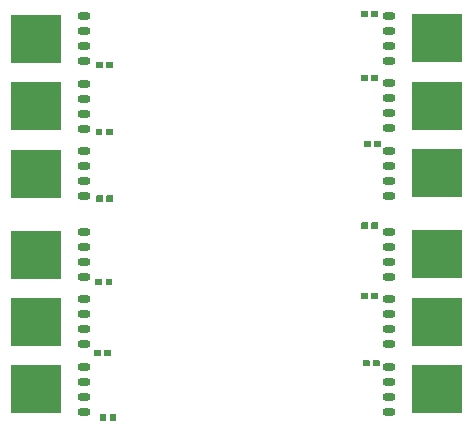
<source format=gbp>
G04 Layer: BottomPasteMaskLayer*
G04 EasyEDA v6.5.22, 2023-04-03 14:03:43*
G04 87db6ba2ad084763a29da5206ccfc978,3cec5f453c3247449836eb28e2eac2c3,10*
G04 Gerber Generator version 0.2*
G04 Scale: 100 percent, Rotated: No, Reflected: No *
G04 Dimensions in inches *
G04 leading zeros omitted , absolute positions ,3 integer and 6 decimal *
%FSLAX36Y36*%
%MOIN*%

%AMMACRO1*4,1,4,0.0817,-0.081,0.0817,0.081,-0.0817,0.081,-0.0817,-0.081,0.0817,-0.081,0*%
%AMMACRO2*4,1,4,-0.0817,0.081,-0.0817,-0.081,0.0817,-0.081,0.0817,0.081,-0.0817,0.081,0*%
%ADD10O,0.043307000000000005X0.026772*%
%ADD11MACRO1*%
%ADD12MACRO2*%

%LPD*%
G36*
X1204880Y423140D02*
G01*
X1203320Y421560D01*
X1203320Y403440D01*
X1204880Y401860D01*
X1224600Y401860D01*
X1226180Y403440D01*
X1226180Y421560D01*
X1224600Y423140D01*
G37*
G36*
X1171400Y423140D02*
G01*
X1169820Y421560D01*
X1169820Y403440D01*
X1171400Y401860D01*
X1191100Y401860D01*
X1192680Y403440D01*
X1192680Y421560D01*
X1191100Y423140D01*
G37*
G36*
X1199880Y647620D02*
G01*
X1198320Y646060D01*
X1198320Y627940D01*
X1199880Y626380D01*
X1219600Y626380D01*
X1221180Y627940D01*
X1221180Y646060D01*
X1219600Y647620D01*
G37*
G36*
X1166400Y647620D02*
G01*
X1164820Y646060D01*
X1164820Y627940D01*
X1166400Y626380D01*
X1186100Y626380D01*
X1187680Y627940D01*
X1187680Y646060D01*
X1186100Y647620D01*
G37*
G36*
X1199880Y882620D02*
G01*
X1198320Y881060D01*
X1198320Y862940D01*
X1199880Y861380D01*
X1219600Y861380D01*
X1221180Y862940D01*
X1221180Y881060D01*
X1219600Y882620D01*
G37*
G36*
X1166400Y882620D02*
G01*
X1164820Y881060D01*
X1164820Y862940D01*
X1166400Y861380D01*
X1186100Y861380D01*
X1187680Y862940D01*
X1187680Y881060D01*
X1186100Y882620D01*
G37*
G36*
X282900Y972140D02*
G01*
X281320Y970560D01*
X281320Y952440D01*
X282900Y950860D01*
X302600Y950860D01*
X304180Y952440D01*
X304180Y970560D01*
X302600Y972140D01*
G37*
G36*
X316400Y972140D02*
G01*
X314820Y970560D01*
X314820Y952440D01*
X316400Y950860D01*
X336100Y950860D01*
X337680Y952440D01*
X337680Y970560D01*
X336100Y972140D01*
G37*
G36*
X280900Y1193620D02*
G01*
X279320Y1192060D01*
X279320Y1173940D01*
X280900Y1172380D01*
X300620Y1172380D01*
X302180Y1173940D01*
X302180Y1192060D01*
X300620Y1193620D01*
G37*
G36*
X314380Y1193620D02*
G01*
X312820Y1192060D01*
X312820Y1173940D01*
X314380Y1172380D01*
X334099Y1172380D01*
X335680Y1173940D01*
X335680Y1192060D01*
X334099Y1193620D01*
G37*
G36*
X281400Y1417140D02*
G01*
X279820Y1415560D01*
X279820Y1397440D01*
X281400Y1395880D01*
X301100Y1395880D01*
X302680Y1397440D01*
X302680Y1415560D01*
X301100Y1417140D01*
G37*
G36*
X314900Y1417140D02*
G01*
X313320Y1415560D01*
X313320Y1397440D01*
X314900Y1395880D01*
X334600Y1395880D01*
X336180Y1397440D01*
X336180Y1415560D01*
X334600Y1417140D01*
G37*
G36*
X293900Y242140D02*
G01*
X292320Y240560D01*
X292320Y222440D01*
X293900Y220859D01*
X313600Y220859D01*
X315180Y222440D01*
X315180Y240560D01*
X313600Y242140D01*
G37*
G36*
X327400Y242140D02*
G01*
X325820Y240560D01*
X325820Y222440D01*
X327400Y220859D01*
X347100Y220859D01*
X348680Y222440D01*
X348680Y240560D01*
X347100Y242140D01*
G37*
G36*
X275400Y456640D02*
G01*
X273820Y455060D01*
X273820Y436940D01*
X275400Y435360D01*
X295100Y435360D01*
X296680Y436940D01*
X296680Y455060D01*
X295100Y456640D01*
G37*
G36*
X308900Y456640D02*
G01*
X307320Y455060D01*
X307320Y436940D01*
X308900Y435360D01*
X328600Y435360D01*
X330180Y436940D01*
X330180Y455060D01*
X328600Y456640D01*
G37*
G36*
X280400Y694640D02*
G01*
X278820Y693060D01*
X278820Y674940D01*
X280400Y673360D01*
X300100Y673360D01*
X301680Y674940D01*
X301680Y693060D01*
X300100Y694640D01*
G37*
G36*
X313900Y694640D02*
G01*
X312320Y693060D01*
X312320Y674940D01*
X313900Y673360D01*
X333600Y673360D01*
X335180Y674940D01*
X335180Y693060D01*
X333600Y694640D01*
G37*
G36*
X1207880Y1153620D02*
G01*
X1206320Y1152060D01*
X1206320Y1133940D01*
X1207880Y1132380D01*
X1227600Y1132380D01*
X1229180Y1133940D01*
X1229180Y1152060D01*
X1227600Y1153620D01*
G37*
G36*
X1174400Y1153620D02*
G01*
X1172820Y1152060D01*
X1172820Y1133940D01*
X1174400Y1132380D01*
X1194120Y1132380D01*
X1195680Y1133940D01*
X1195680Y1152060D01*
X1194120Y1153620D01*
G37*
G36*
X1198900Y1374640D02*
G01*
X1197320Y1373060D01*
X1197320Y1354940D01*
X1198900Y1353380D01*
X1218600Y1353380D01*
X1220180Y1354940D01*
X1220180Y1373060D01*
X1218600Y1374640D01*
G37*
G36*
X1165400Y1374640D02*
G01*
X1163820Y1373060D01*
X1163820Y1354940D01*
X1165400Y1353380D01*
X1185120Y1353380D01*
X1186680Y1354940D01*
X1186680Y1373060D01*
X1185120Y1374640D01*
G37*
G36*
X1198900Y1588140D02*
G01*
X1197320Y1586560D01*
X1197320Y1568440D01*
X1198900Y1566860D01*
X1218600Y1566860D01*
X1220180Y1568440D01*
X1220180Y1586560D01*
X1218600Y1588140D01*
G37*
G36*
X1165400Y1588140D02*
G01*
X1163820Y1586560D01*
X1163820Y1568440D01*
X1165400Y1566860D01*
X1185120Y1566860D01*
X1186680Y1568440D01*
X1186680Y1586560D01*
X1185120Y1588140D01*
G37*
D10*
G01*
X1258649Y970999D03*
G01*
X1258649Y1020999D03*
G01*
X1258649Y1070999D03*
G01*
X1258649Y1120999D03*
D11*
G01*
X1418655Y1046008D03*
D10*
G01*
X1258649Y1195999D03*
G01*
X1258649Y1245999D03*
G01*
X1258649Y1295999D03*
G01*
X1258649Y1345999D03*
D11*
G01*
X1418655Y1271008D03*
D10*
G01*
X1258649Y1420999D03*
G01*
X1258649Y1470999D03*
G01*
X1258649Y1520999D03*
G01*
X1258649Y1570999D03*
D11*
G01*
X1418655Y1496008D03*
D10*
G01*
X1258649Y250999D03*
G01*
X1258649Y300999D03*
G01*
X1258649Y350999D03*
G01*
X1258649Y400999D03*
D11*
G01*
X1418655Y326008D03*
D10*
G01*
X1258649Y476500D03*
G01*
X1258649Y526500D03*
G01*
X1258649Y576500D03*
G01*
X1258649Y626500D03*
D11*
G01*
X1418655Y551507D03*
D10*
G01*
X1258649Y700999D03*
G01*
X1258649Y750999D03*
G01*
X1258649Y800999D03*
G01*
X1258649Y850999D03*
D11*
G01*
X1418655Y776008D03*
D10*
G01*
X240349Y1119000D03*
G01*
X240349Y1069000D03*
G01*
X240349Y1019000D03*
G01*
X240349Y969000D03*
D12*
G01*
X80344Y1043991D03*
D10*
G01*
X240349Y1344000D03*
G01*
X240349Y1294000D03*
G01*
X240349Y1244000D03*
G01*
X240349Y1194000D03*
D12*
G01*
X80344Y1268991D03*
D10*
G01*
X240349Y1569000D03*
G01*
X240349Y1519000D03*
G01*
X240349Y1469000D03*
G01*
X240349Y1419000D03*
D12*
G01*
X80344Y1493991D03*
D10*
G01*
X240349Y400000D03*
G01*
X240349Y350000D03*
G01*
X240349Y300000D03*
G01*
X240349Y250000D03*
D12*
G01*
X80344Y324991D03*
D10*
G01*
X240349Y625000D03*
G01*
X240349Y575000D03*
G01*
X240349Y525000D03*
G01*
X240349Y475000D03*
D12*
G01*
X80344Y549991D03*
D10*
G01*
X239850Y849499D03*
G01*
X239850Y799499D03*
G01*
X239850Y749499D03*
G01*
X239850Y699499D03*
D12*
G01*
X79844Y774492D03*
M02*

</source>
